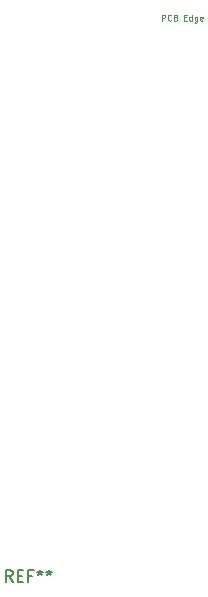
<source format=gbr>
%TF.GenerationSoftware,KiCad,Pcbnew,5.1.6-c6e7f7d~86~ubuntu20.04.1*%
%TF.CreationDate,2020-06-02T12:53:55+01:00*%
%TF.ProjectId,PC_driver,50435f64-7269-4766-9572-2e6b69636164,rev?*%
%TF.SameCoordinates,Original*%
%TF.FileFunction,OtherDrawing,Comment*%
%FSLAX46Y46*%
G04 Gerber Fmt 4.6, Leading zero omitted, Abs format (unit mm)*
G04 Created by KiCad (PCBNEW 5.1.6-c6e7f7d~86~ubuntu20.04.1) date 2020-06-02 12:53:55*
%MOMM*%
%LPD*%
G01*
G04 APERTURE LIST*
%ADD10C,0.150000*%
%ADD11C,0.100000*%
G04 APERTURE END LIST*
%TO.C,REF\u002A\u002A*%
D10*
X95666666Y-94652380D02*
X95333333Y-94176190D01*
X95095238Y-94652380D02*
X95095238Y-93652380D01*
X95476190Y-93652380D01*
X95571428Y-93700000D01*
X95619047Y-93747619D01*
X95666666Y-93842857D01*
X95666666Y-93985714D01*
X95619047Y-94080952D01*
X95571428Y-94128571D01*
X95476190Y-94176190D01*
X95095238Y-94176190D01*
X96095238Y-94128571D02*
X96428571Y-94128571D01*
X96571428Y-94652380D02*
X96095238Y-94652380D01*
X96095238Y-93652380D01*
X96571428Y-93652380D01*
X97333333Y-94128571D02*
X97000000Y-94128571D01*
X97000000Y-94652380D02*
X97000000Y-93652380D01*
X97476190Y-93652380D01*
X98000000Y-93652380D02*
X98000000Y-93890476D01*
X97761904Y-93795238D02*
X98000000Y-93890476D01*
X98238095Y-93795238D01*
X97857142Y-94080952D02*
X98000000Y-93890476D01*
X98142857Y-94080952D01*
X98761904Y-93652380D02*
X98761904Y-93890476D01*
X98523809Y-93795238D02*
X98761904Y-93890476D01*
X99000000Y-93795238D01*
X98619047Y-94080952D02*
X98761904Y-93890476D01*
X98904761Y-94080952D01*
%TO.C,P1*%
D11*
X108310714Y-47126190D02*
X108310714Y-46626190D01*
X108501190Y-46626190D01*
X108548809Y-46650000D01*
X108572619Y-46673809D01*
X108596428Y-46721428D01*
X108596428Y-46792857D01*
X108572619Y-46840476D01*
X108548809Y-46864285D01*
X108501190Y-46888095D01*
X108310714Y-46888095D01*
X109096428Y-47078571D02*
X109072619Y-47102380D01*
X109001190Y-47126190D01*
X108953571Y-47126190D01*
X108882142Y-47102380D01*
X108834523Y-47054761D01*
X108810714Y-47007142D01*
X108786904Y-46911904D01*
X108786904Y-46840476D01*
X108810714Y-46745238D01*
X108834523Y-46697619D01*
X108882142Y-46650000D01*
X108953571Y-46626190D01*
X109001190Y-46626190D01*
X109072619Y-46650000D01*
X109096428Y-46673809D01*
X109477380Y-46864285D02*
X109548809Y-46888095D01*
X109572619Y-46911904D01*
X109596428Y-46959523D01*
X109596428Y-47030952D01*
X109572619Y-47078571D01*
X109548809Y-47102380D01*
X109501190Y-47126190D01*
X109310714Y-47126190D01*
X109310714Y-46626190D01*
X109477380Y-46626190D01*
X109525000Y-46650000D01*
X109548809Y-46673809D01*
X109572619Y-46721428D01*
X109572619Y-46769047D01*
X109548809Y-46816666D01*
X109525000Y-46840476D01*
X109477380Y-46864285D01*
X109310714Y-46864285D01*
X110191666Y-46864285D02*
X110358333Y-46864285D01*
X110429761Y-47126190D02*
X110191666Y-47126190D01*
X110191666Y-46626190D01*
X110429761Y-46626190D01*
X110858333Y-47126190D02*
X110858333Y-46626190D01*
X110858333Y-47102380D02*
X110810714Y-47126190D01*
X110715476Y-47126190D01*
X110667857Y-47102380D01*
X110644047Y-47078571D01*
X110620238Y-47030952D01*
X110620238Y-46888095D01*
X110644047Y-46840476D01*
X110667857Y-46816666D01*
X110715476Y-46792857D01*
X110810714Y-46792857D01*
X110858333Y-46816666D01*
X111310714Y-46792857D02*
X111310714Y-47197619D01*
X111286904Y-47245238D01*
X111263095Y-47269047D01*
X111215476Y-47292857D01*
X111144047Y-47292857D01*
X111096428Y-47269047D01*
X111310714Y-47102380D02*
X111263095Y-47126190D01*
X111167857Y-47126190D01*
X111120238Y-47102380D01*
X111096428Y-47078571D01*
X111072619Y-47030952D01*
X111072619Y-46888095D01*
X111096428Y-46840476D01*
X111120238Y-46816666D01*
X111167857Y-46792857D01*
X111263095Y-46792857D01*
X111310714Y-46816666D01*
X111739285Y-47102380D02*
X111691666Y-47126190D01*
X111596428Y-47126190D01*
X111548809Y-47102380D01*
X111525000Y-47054761D01*
X111525000Y-46864285D01*
X111548809Y-46816666D01*
X111596428Y-46792857D01*
X111691666Y-46792857D01*
X111739285Y-46816666D01*
X111763095Y-46864285D01*
X111763095Y-46911904D01*
X111525000Y-46959523D01*
%TD*%
M02*

</source>
